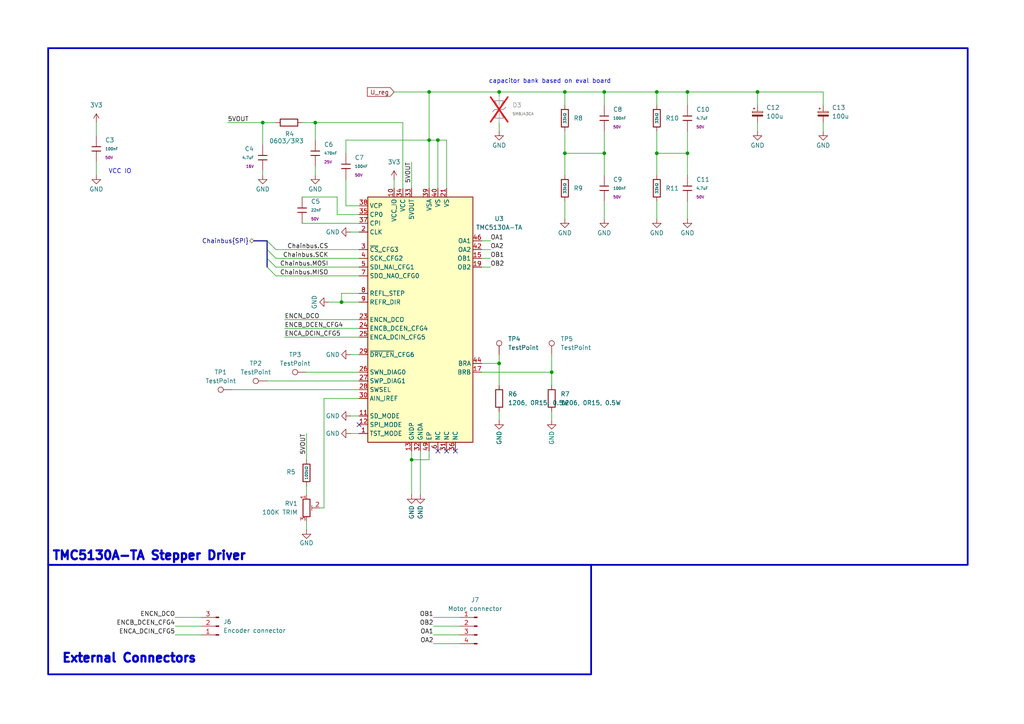
<source format=kicad_sch>
(kicad_sch (version 20250114) (generator "eeschema") (generator_version "9.0")
  (paper "A4")
  (lib_symbols
    (symbol "Connector:Conn_01x03_Pin" (pin_names (offset 1.016) (hide yes))
      (property "Reference" "J" (at 0 5.08 0))
      (property "Value" "Conn_01x03_Pin" (at 0 -5.08 0))
      (symbol "Conn_01x03_Pin_1_1"
        (rectangle (start 0.8636 2.667) (end 0 2.413) (stroke (width 0.1524)) (fill (type outline)))
        (rectangle (start 0.8636 0.127) (end 0 -0.127) (stroke (width 0.1524)) (fill (type outline)))
        (rectangle (start 0.8636 -2.413) (end 0 -2.667) (stroke (width 0.1524)) (fill (type outline)))
        (polyline (pts (xy 1.27 2.54) (xy 0.8636 2.54)) (stroke (width 0.1524)))
        (polyline (pts (xy 1.27 0) (xy 0.8636 0)) (stroke (width 0.1524)))
        (polyline (pts (xy 1.27 -2.54) (xy 0.8636 -2.54)) (stroke (width 0.1524)))
        (pin passive line (at 5.08 2.54 180) (length 3.81) (name "Pin_1") (number "1"))
        (pin passive line (at 5.08 0 180) (length 3.81) (name "Pin_2") (number "2"))
        (pin passive line (at 5.08 -2.54 180) (length 3.81) (name "Pin_3") (number "3"))
      )
    )
    (symbol "Connector:Conn_01x04_Pin" (pin_names (offset 1.016) (hide yes))
      (property "Reference" "J" (at 0 5.08 0))
      (property "Value" "Conn_01x04_Pin" (at 0 -7.62 0))
      (symbol "Conn_01x04_Pin_1_1"
        (rectangle (start 0.8636 2.667) (end 0 2.413) (stroke (width 0.1524)) (fill (type outline)))
        (rectangle (start 0.8636 0.127) (end 0 -0.127) (stroke (width 0.1524)) (fill (type outline)))
        (rectangle (start 0.8636 -2.413) (end 0 -2.667) (stroke (width 0.1524)) (fill (type outline)))
        (rectangle (start 0.8636 -4.953) (end 0 -5.207) (stroke (width 0.1524)) (fill (type outline)))
        (polyline (pts (xy 1.27 2.54) (xy 0.8636 2.54)) (stroke (width 0.1524)))
        (polyline (pts (xy 1.27 0) (xy 0.8636 0)) (stroke (width 0.1524)))
        (polyline (pts (xy 1.27 -2.54) (xy 0.8636 -2.54)) (stroke (width 0.1524)))
        (polyline (pts (xy 1.27 -5.08) (xy 0.8636 -5.08)) (stroke (width 0.1524)))
        (pin passive line (at 5.08 2.54 180) (length 3.81) (name "Pin_1") (number "1"))
        (pin passive line (at 5.08 0 180) (length 3.81) (name "Pin_2") (number "2"))
        (pin passive line (at 5.08 -2.54 180) (length 3.81) (name "Pin_3") (number "3"))
        (pin passive line (at 5.08 -5.08 180) (length 3.81) (name "Pin_4") (number "4"))
      )
    )
    (symbol "Connector:TestPoint" (pin_numbers (hide yes)) (pin_names (offset 0.762) (hide yes))
      (property "Reference" "TP" (at 0 6.858 0))
      (property "Value" "TestPoint" (at 0 5.08 0))
      (symbol "TestPoint_0_1"
        (circle (center 0 3.302) (radius 0.762))
      )
      (symbol "TestPoint_1_1"
        (pin passive line (at 0 0 90) (length 2.54) (name "1") (number "1"))
      )
    )
    (symbol "Device:C_Polarized_Small" (pin_numbers (hide yes)) (pin_names (offset 0.254) (hide yes))
      (property "Reference" "C" (at 0.254 1.778 0))
      (property "Value" "C_Polarized_Small" (at 0.254 -2.032 0))
      (symbol "C_Polarized_Small_0_1"
        (rectangle (start -1.524 0.6858) (end 1.524 0.3048))
        (rectangle (start -1.524 -0.3048) (end 1.524 -0.6858) (fill (type outline)))
        (polyline (pts (xy -1.27 1.524) (xy -0.762 1.524)))
        (polyline (pts (xy -1.016 1.27) (xy -1.016 1.778)))
      )
      (symbol "C_Polarized_Small_1_1"
        (pin passive line (at 0 2.54 270) (length 1.8542) (name "~") (number "1"))
        (pin passive line (at 0 -2.54 90) (length 1.8542) (name "~") (number "2"))
      )
    )
    (symbol "Device:R" (pin_numbers (hide yes)) (pin_names (offset 0))
      (property "Reference" "R" (at 2.032 0 90))
      (property "Value" "R" (at 0 0 90))
      (symbol "R_0_1"
        (rectangle (start -1.016 -2.54) (end 1.016 2.54) (stroke (width 0.254)))
      )
      (symbol "R_1_1"
        (pin passive line (at 0 3.81 270) (length 1.27) (name "~") (number "1"))
        (pin passive line (at 0 -3.81 90) (length 1.27) (name "~") (number "2"))
      )
    )
    (symbol "Device:R_Potentiometer_Trim" (pin_names (offset 1.016) (hide yes))
      (property "Reference" "RV" (at -4.445 0 90))
      (property "Value" "R_Potentiometer_Trim" (at -2.54 0 90))
      (symbol "R_Potentiometer_Trim_0_1"
        (rectangle (start 1.016 2.54) (end -1.016 -2.54) (stroke (width 0.254)))
        (polyline (pts (xy 1.524 0.762) (xy 1.524 -0.762)))
        (polyline (pts (xy 2.54 0) (xy 1.524 0)))
      )
      (symbol "R_Potentiometer_Trim_1_1"
        (pin passive line (at 0 3.81 270) (length 1.27) (name "1") (number "1"))
        (pin passive line (at 0 -3.81 90) (length 1.27) (name "3") (number "3"))
        (pin passive line (at 3.81 0 180) (length 1.27) (name "2") (number "2"))
      )
    )
    (symbol "Driver_Motor:TMC5130A-TA"
      (property "Reference" "U" (at -11.43 38.1 0))
      (property "Value" "TMC5130A-TA" (at 11.43 38.1 0))
      (symbol "TMC5130A-TA_0_1"
        (rectangle (start -15.24 35.56) (end 15.24 -35.56) (stroke (width 0.254)) (fill (type background)))
      )
      (symbol "TMC5130A-TA_1_1"
        (pin passive line (at -17.78 33.02 0) (length 2.54) (name "VCP") (number "38"))
        (pin passive line (at -17.78 30.48 0) (length 2.54) (name "CP0") (number "35"))
        (pin passive line (at -17.78 27.94 0) (length 2.54) (name "CPI") (number "37"))
        (pin input line (at -17.78 25.4 0) (length 2.54) (name "CLK") (number "2"))
        (pin input line (at -17.78 20.32 0) (length 2.54) (name "~{CS}_CFG3") (number "3"))
        (pin input line (at -17.78 17.78 0) (length 2.54) (name "SCK_CFG2") (number "4"))
        (pin input line (at -17.78 15.24 0) (length 2.54) (name "SDI_NAI_CFG1") (number "5"))
        (pin bidirectional line (at -17.78 12.7 0) (length 2.54) (name "SDO_NAO_CFG0") (number "7"))
        (pin input line (at -17.78 7.62 0) (length 2.54) (name "REFL_STEP") (number "8"))
        (pin input line (at -17.78 5.08 0) (length 2.54) (name "REFR_DIR") (number "9"))
        (pin bidirectional line (at -17.78 0 0) (length 2.54) (name "ENCN_DCO") (number "23"))
        (pin input line (at -17.78 -2.54 0) (length 2.54) (name "ENCB_DCEN_CFG4") (number "24"))
        (pin input line (at -17.78 -5.08 0) (length 2.54) (name "ENCA_DCIN_CFG5") (number "25"))
        (pin input line (at -17.78 -10.16 0) (length 2.54) (name "~{DRV_EN}_CFG6") (number "29"))
        (pin bidirectional line (at -17.78 -15.24 0) (length 2.54) (name "SWN_DIAG0") (number "26"))
        (pin bidirectional line (at -17.78 -17.78 0) (length 2.54) (name "SWP_DIAG1") (number "27"))
        (pin input line (at -17.78 -20.32 0) (length 2.54) (name "SWSEL") (number "28"))
        (pin input line (at -17.78 -22.86 0) (length 2.54) (name "AIN_IREF") (number "30"))
        (pin input line (at -17.78 -27.94 0) (length 2.54) (name "SD_MODE") (number "11"))
        (pin input line (at -17.78 -30.48 0) (length 2.54) (name "SPI_MODE") (number "12"))
        (pin input line (at -17.78 -33.02 0) (length 2.54) (name "TST_MODE") (number "1"))
        (pin power_in line (at -7.62 38.1 270) (length 2.54) (name "VCC_IO") (number "10"))
        (pin power_in line (at -5.08 38.1 270) (length 2.54) (name "VCC") (number "34"))
        (pin power_out line (at -2.54 38.1 270) (length 2.54) (name "5VOUT") (number "33"))
        (pin power_in line (at -2.54 -38.1 90) (length 2.54) (name "GNDP") (number "13"))
        (pin passive line (at -2.54 -38.1 90) (length 2.54) (hide yes) (name "GNDP") (number "48"))
        (pin power_in line (at 0 -38.1 90) (length 2.54) (name "GNDA") (number "32"))
        (pin power_in line (at 2.54 38.1 270) (length 2.54) (name "VSA") (number "39"))
        (pin power_in line (at 2.54 -38.1 90) (length 2.54) (name "EP") (number "49"))
        (pin power_in line (at 5.08 38.1 270) (length 2.54) (name "VS") (number "40"))
        (pin passive line (at 5.08 -38.1 90) (length 2.54) (name "NC") (number "6"))
        (pin power_in line (at 7.62 38.1 270) (length 2.54) (name "VS") (number "21"))
        (pin passive line (at 7.62 -38.1 90) (length 2.54) (name "NC") (number "31"))
        (pin passive line (at 10.16 -38.1 90) (length 2.54) (name "NC") (number "36"))
        (pin no_connect line (at 15.24 33.02 180) (length 2.54) (hide yes) (name "DNC") (number "41"))
        (pin no_connect line (at 15.24 30.48 180) (length 2.54) (hide yes) (name "DNC") (number "43"))
        (pin no_connect line (at 15.24 27.94 180) (length 2.54) (hide yes) (name "DNC") (number "45"))
        (pin no_connect line (at 15.24 25.4 180) (length 2.54) (hide yes) (name "DNC") (number "47"))
        (pin no_connect line (at 15.24 12.7 180) (length 2.54) (hide yes) (name "DNC") (number "14"))
        (pin no_connect line (at 15.24 10.16 180) (length 2.54) (hide yes) (name "DNC") (number "16"))
        (pin no_connect line (at 15.24 7.62 180) (length 2.54) (hide yes) (name "DNC") (number "18"))
        (pin no_connect line (at 15.24 5.08 180) (length 2.54) (hide yes) (name "DNC") (number "20"))
        (pin no_connect line (at 15.24 2.54 180) (length 2.54) (hide yes) (name "DNC") (number "22"))
        (pin output line (at 17.78 22.86 180) (length 2.54) (name "OA1") (number "46"))
        (pin output line (at 17.78 20.32 180) (length 2.54) (name "OA2") (number "42"))
        (pin output line (at 17.78 17.78 180) (length 2.54) (name "OB1") (number "15"))
        (pin output line (at 17.78 15.24 180) (length 2.54) (name "OB2") (number "19"))
        (pin passive line (at 17.78 -12.7 180) (length 2.54) (name "BRA") (number "44"))
        (pin passive line (at 17.78 -15.24 180) (length 2.54) (name "BRB") (number "17"))
      )
    )
    (symbol "PCM_JLCPCB-Capacitors:0603,100nF" (pin_numbers (hide yes)) (pin_names (offset 0))
      (property "Reference" "C" (at 2.032 1.668 0))
      (property "Value" "100nF" (at 2.032 -0.3782 0))
      (property "Voltage Rated" "50V" (at 2.032 -2.0462 0))
      (symbol "0603,100nF_0_1"
        (polyline (pts (xy -1.27 0.635) (xy 1.27 0.635)) (stroke (width 0.254)))
        (polyline (pts (xy -1.27 -0.635) (xy 1.27 -0.635)) (stroke (width 0.254)))
      )
      (symbol "0603,100nF_1_1"
        (pin passive line (at 0 3.81 270) (length 3.175) (name "~") (number "1"))
        (pin passive line (at 0 -3.81 90) (length 3.175) (name "~") (number "2"))
      )
    )
    (symbol "PCM_JLCPCB-Capacitors:0603,22nF" (pin_numbers (hide yes)) (pin_names (offset 0))
      (property "Reference" "C" (at 2.032 1.668 0))
      (property "Value" "22nF" (at 2.032 -0.3782 0))
      (property "Voltage Rated" "50V" (at 2.032 -2.0462 0))
      (symbol "0603,22nF_0_1"
        (polyline (pts (xy -1.27 0.635) (xy 1.27 0.635)) (stroke (width 0.254)))
        (polyline (pts (xy -1.27 -0.635) (xy 1.27 -0.635)) (stroke (width 0.254)))
      )
      (symbol "0603,22nF_1_1"
        (pin passive line (at 0 3.81 270) (length 3.175) (name "~") (number "1"))
        (pin passive line (at 0 -3.81 90) (length 3.175) (name "~") (number "2"))
      )
    )
    (symbol "PCM_JLCPCB-Capacitors:0603,4.7uF" (pin_numbers (hide yes)) (pin_names (offset 0))
      (property "Reference" "C" (at 2.032 1.668 0))
      (property "Value" "4.7uF" (at 2.032 -0.3782 0))
      (property "Voltage Rated" "16V" (at 2.032 -2.0462 0))
      (symbol "0603,4.7uF_0_1"
        (polyline (pts (xy -1.27 0.635) (xy 1.27 0.635)) (stroke (width 0.254)))
        (polyline (pts (xy -1.27 -0.635) (xy 1.27 -0.635)) (stroke (width 0.254)))
      )
      (symbol "0603,4.7uF_1_1"
        (pin passive line (at 0 3.81 270) (length 3.175) (name "~") (number "1"))
        (pin passive line (at 0 -3.81 90) (length 3.175) (name "~") (number "2"))
      )
    )
    (symbol "PCM_JLCPCB-Capacitors:0603,470nF" (pin_numbers (hide yes)) (pin_names (offset 0))
      (property "Reference" "C" (at 2.032 1.668 0))
      (property "Value" "470nF" (at 2.032 -0.3782 0))
      (property "Voltage Rated" "25V" (at 2.032 -2.0462 0))
      (symbol "0603,470nF_0_1"
        (polyline (pts (xy -1.27 0.635) (xy 1.27 0.635)) (stroke (width 0.254)))
        (polyline (pts (xy -1.27 -0.635) (xy 1.27 -0.635)) (stroke (width 0.254)))
      )
      (symbol "0603,470nF_1_1"
        (pin passive line (at 0 3.81 270) (length 3.175) (name "~") (number "1"))
        (pin passive line (at 0 -3.81 90) (length 3.175) (name "~") (number "2"))
      )
    )
    (symbol "PCM_JLCPCB-Capacitors:1206,4.7uF" (pin_numbers (hide yes)) (pin_names (offset 0))
      (property "Reference" "C" (at 2.032 1.668 0))
      (property "Value" "4.7uF" (at 2.032 -0.3782 0))
      (property "Voltage Rated" "50V" (at 2.032 -2.0462 0))
      (symbol "1206,4.7uF_0_1"
        (polyline (pts (xy -1.27 0.635) (xy 1.27 0.635)) (stroke (width 0.254)))
        (polyline (pts (xy -1.27 -0.635) (xy 1.27 -0.635)) (stroke (width 0.254)))
      )
      (symbol "1206,4.7uF_1_1"
        (pin passive line (at 0 3.81 270) (length 3.175) (name "~") (number "1"))
        (pin passive line (at 0 -3.81 90) (length 3.175) (name "~") (number "2"))
      )
    )
    (symbol "PCM_JLCPCB-Diodes:TVS-Bi,SMBJ43CA" (pin_numbers (hide yes)) (pin_names (offset 0))
      (property "Reference" "D" (at 2.032 0.834 0))
      (property "Value" "SMBJ43CA" (at 2.032 -1.2122 0))
      (symbol "TVS-Bi,SMBJ43CA_0_1"
        (polyline (pts (xy -1.905 -0.635) (xy -1.27 0) (xy 1.27 0) (xy 1.905 0.635)) (stroke (width 0.254)))
        (polyline (pts (xy -1.27 2.54) (xy 0 0) (xy 1.27 2.54) (xy -1.27 2.54)) (stroke (width 0.254)))
        (polyline (pts (xy 1.27 -2.54) (xy 0 0) (xy -1.27 -2.54) (xy 1.27 -2.54)) (stroke (width 0.254)))
      )
      (symbol "TVS-Bi,SMBJ43CA_1_1"
        (pin passive line (at 0 3.81 270) (length 3.81) (name "~") (number "2"))
        (pin passive line (at 0 -3.81 90) (length 3.81) (name "~") (number "1"))
      )
    )
    (symbol "PCM_JLCPCB-Resistors:0402,100kΩ" (pin_numbers (hide yes)) (pin_names (offset 0))
      (property "Reference" "R" (at 1.778 0 0))
      (property "Value" "100kΩ" (at 0 0 90))
      (symbol "0402,100kΩ_0_1"
        (rectangle (start -1.016 2.54) (end 1.016 -2.54) (stroke (width 0.254)))
      )
      (symbol "0402,100kΩ_1_1"
        (pin passive line (at 0 3.81 270) (length 1.27) (name "~") (number "1"))
        (pin passive line (at 0 -3.81 90) (length 1.27) (name "~") (number "2"))
      )
    )
    (symbol "PCM_JLCPCB-Resistors:0402,33kΩ" (pin_numbers (hide yes)) (pin_names (offset 0))
      (property "Reference" "R" (at 1.778 0 0))
      (property "Value" "33kΩ" (at 0 0 90))
      (symbol "0402,33kΩ_0_1"
        (rectangle (start -1.016 2.54) (end 1.016 -2.54) (stroke (width 0.254)))
      )
      (symbol "0402,33kΩ_1_1"
        (pin passive line (at 0 3.81 270) (length 1.27) (name "~") (number "1"))
        (pin passive line (at 0 -3.81 90) (length 1.27) (name "~") (number "2"))
      )
    )
    (symbol "power:+3.3V" (power) (pin_numbers (hide yes)) (pin_names (offset 0) (hide yes))
      (property "Value" "+3.3V" (at 0 3.556 0))
      (symbol "+3.3V_0_1"
        (polyline (pts (xy -0.762 1.27) (xy 0 2.54)))
        (polyline (pts (xy 0 2.54) (xy 0.762 1.27)))
        (polyline (pts (xy 0 0) (xy 0 2.54)))
      )
      (symbol "+3.3V_1_1"
        (pin power_in line (at 0 0 90) (length 0) (name "~") (number "1"))
      )
    )
    (symbol "power:GND" (power) (pin_numbers (hide yes)) (pin_names (offset 0) (hide yes))
      (property "Value" "GND" (at 0 -3.81 0))
      (symbol "GND_0_1"
        (polyline (pts (xy 0 0) (xy 0 -1.27) (xy 1.27 -1.27) (xy 0 -2.54) (xy -1.27 -1.27) (xy 0 -1.27)))
      )
      (symbol "GND_1_1"
        (pin power_in line (at 0 0 270) (length 0) (name "~") (number "1"))
      )
    )
  )
  (rectangle (start 13.97 13.97) (end 280.67 163.83) (stroke (width 0.508)))
  (rectangle (start 13.97 163.83) (end 171.45 195.58) (stroke (width 0.508)))
  (text "VCC IO\n" (at 34.798 49.784 0) (effects (font (size 1.27 1.27))))
  (text "TMC5130A-TA Stepper Driver\n" (at 14.986 161.29 0) (effects (font (size 2.54 2.54) (thickness 0.762) (bold yes)) (justify left)))
  (text "External Connectors\n" (at 17.78 191.008 0) (effects (font (size 2.54 2.54) (thickness 0.762) (bold yes)) (justify left)))
  (text "capacitor bank based on eval board\n" (at 159.512 23.622 0) (effects (font (size 1.27 1.27))))
  (junction (at 144.78 26.67))
  (junction (at 199.39 26.67))
  (junction (at 190.5 44.45))
  (junction (at 163.83 44.45))
  (junction (at 175.26 26.67))
  (junction (at 175.26 44.45))
  (junction (at 144.78 105.41))
  (junction (at 199.39 44.45))
  (junction (at 190.5 26.67))
  (junction (at 99.06 87.63))
  (junction (at 160.02 107.95))
  (junction (at 124.46 26.67))
  (junction (at 76.2 35.56))
  (junction (at 219.71 26.67))
  (junction (at 163.83 26.67))
  (junction (at 127 40.64))
  (junction (at 119.38 133.35))
  (junction (at 91.44 35.56))
  (junction (at 124.46 40.64))
  (no_connect (at 104.14 123.19))
  (no_connect (at 132.08 130.81))
  (no_connect (at 127 130.81))
  (no_connect (at 129.54 130.81))
  (bus_entry (at 77.47 72.39) (size 2.54 2.54))
  (bus_entry (at 77.47 77.47) (size 2.54 2.54))
  (bus_entry (at 77.47 69.85) (size 2.54 2.54))
  (bus_entry (at 77.47 74.93) (size 2.54 2.54))
  (wire (pts (xy 124.46 26.67) (xy 124.46 40.64)))
  (wire (pts (xy 87.63 64.77) (xy 104.14 64.77)))
  (bus (pts (xy 77.47 72.39) (xy 77.47 74.93)))
  (wire (pts (xy 101.6 125.73) (xy 104.14 125.73)))
  (wire (pts (xy 76.2 35.56) (xy 76.2 41.91)))
  (wire (pts (xy 139.7 107.95) (xy 160.02 107.95)))
  (wire (pts (xy 50.8 184.15) (xy 58.42 184.15)))
  (wire (pts (xy 175.26 26.67) (xy 175.26 30.48)))
  (wire (pts (xy 77.47 110.49) (xy 104.14 110.49)))
  (wire (pts (xy 104.14 59.69) (xy 100.33 59.69)))
  (wire (pts (xy 114.3 26.67) (xy 124.46 26.67)))
  (wire (pts (xy 127 40.64) (xy 129.54 40.64)))
  (wire (pts (xy 91.44 35.56) (xy 116.84 35.56)))
  (wire (pts (xy 163.83 26.67) (xy 163.83 30.48)))
  (wire (pts (xy 121.92 130.81) (xy 121.92 143.51)))
  (wire (pts (xy 142.24 72.39) (xy 139.7 72.39)))
  (bus (pts (xy 77.47 74.93) (xy 77.47 77.47)))
  (wire (pts (xy 199.39 58.42) (xy 199.39 63.5)))
  (wire (pts (xy 91.44 40.64) (xy 91.44 35.56)))
  (wire (pts (xy 82.55 95.25) (xy 104.14 95.25)))
  (wire (pts (xy 142.24 74.93) (xy 139.7 74.93)))
  (wire (pts (xy 101.6 102.87) (xy 104.14 102.87)))
  (wire (pts (xy 101.6 67.31) (xy 104.14 67.31)))
  (wire (pts (xy 124.46 26.67) (xy 144.78 26.67)))
  (wire (pts (xy 97.79 62.23) (xy 104.14 62.23)))
  (wire (pts (xy 116.84 54.61) (xy 116.84 35.56)))
  (wire (pts (xy 76.2 49.53) (xy 76.2 50.8)))
  (bus (pts (xy 77.47 69.85) (xy 77.47 72.39)))
  (wire (pts (xy 114.3 52.07) (xy 114.3 54.61)))
  (wire (pts (xy 82.55 97.79) (xy 104.14 97.79)))
  (wire (pts (xy 142.24 77.47) (xy 139.7 77.47)))
  (wire (pts (xy 144.78 35.56) (xy 144.78 38.1)))
  (wire (pts (xy 190.5 58.42) (xy 190.5 63.5)))
  (wire (pts (xy 163.83 44.45) (xy 175.26 44.45)))
  (wire (pts (xy 91.44 48.26) (xy 91.44 50.8)))
  (wire (pts (xy 93.98 115.57) (xy 93.98 147.32)))
  (wire (pts (xy 190.5 38.1) (xy 190.5 44.45)))
  (wire (pts (xy 95.25 87.63) (xy 99.06 87.63)))
  (wire (pts (xy 175.26 38.1) (xy 175.26 44.45)))
  (wire (pts (xy 125.73 184.15) (xy 133.35 184.15)))
  (wire (pts (xy 80.01 35.56) (xy 76.2 35.56)))
  (wire (pts (xy 87.63 35.56) (xy 91.44 35.56)))
  (wire (pts (xy 125.73 179.07) (xy 133.35 179.07)))
  (wire (pts (xy 175.26 58.42) (xy 175.26 63.5)))
  (wire (pts (xy 144.78 27.94) (xy 144.78 26.67)))
  (wire (pts (xy 87.63 57.15) (xy 97.79 57.15)))
  (wire (pts (xy 99.06 85.09) (xy 104.14 85.09)))
  (wire (pts (xy 88.9 151.13) (xy 88.9 153.67)))
  (wire (pts (xy 190.5 26.67) (xy 190.5 30.48)))
  (wire (pts (xy 160.02 107.95) (xy 160.02 111.76)))
  (wire (pts (xy 199.39 26.67) (xy 219.71 26.67)))
  (wire (pts (xy 124.46 40.64) (xy 127 40.64)))
  (wire (pts (xy 50.8 179.07) (xy 58.42 179.07)))
  (wire (pts (xy 119.38 46.99) (xy 119.38 54.61)))
  (wire (pts (xy 88.9 107.95) (xy 104.14 107.95)))
  (wire (pts (xy 99.06 87.63) (xy 104.14 87.63)))
  (wire (pts (xy 199.39 44.45) (xy 199.39 50.8)))
  (wire (pts (xy 124.46 130.81) (xy 124.46 133.35)))
  (wire (pts (xy 76.2 35.56) (xy 66.04 35.56)))
  (wire (pts (xy 163.83 58.42) (xy 163.83 63.5)))
  (wire (pts (xy 67.31 113.03) (xy 104.14 113.03)))
  (wire (pts (xy 80.01 80.01) (xy 104.14 80.01)))
  (wire (pts (xy 100.33 40.64) (xy 124.46 40.64)))
  (wire (pts (xy 119.38 133.35) (xy 119.38 143.51)))
  (wire (pts (xy 238.76 35.56) (xy 238.76 38.1)))
  (wire (pts (xy 99.06 85.09) (xy 99.06 87.63)))
  (wire (pts (xy 160.02 119.38) (xy 160.02 121.92)))
  (wire (pts (xy 97.79 57.15) (xy 97.79 62.23)))
  (wire (pts (xy 27.94 46.99) (xy 27.94 50.8)))
  (wire (pts (xy 190.5 44.45) (xy 199.39 44.45)))
  (wire (pts (xy 50.8 181.61) (xy 58.42 181.61)))
  (wire (pts (xy 190.5 26.67) (xy 199.39 26.67)))
  (wire (pts (xy 163.83 44.45) (xy 163.83 50.8)))
  (wire (pts (xy 144.78 119.38) (xy 144.78 121.92)))
  (wire (pts (xy 80.01 72.39) (xy 104.14 72.39)))
  (wire (pts (xy 163.83 38.1) (xy 163.83 44.45)))
  (wire (pts (xy 219.71 35.56) (xy 219.71 38.1)))
  (wire (pts (xy 238.76 30.48) (xy 238.76 26.67)))
  (wire (pts (xy 219.71 26.67) (xy 238.76 26.67)))
  (wire (pts (xy 139.7 105.41) (xy 144.78 105.41)))
  (wire (pts (xy 119.38 130.81) (xy 119.38 133.35)))
  (bus (pts (xy 73.66 69.85) (xy 77.47 69.85)))
  (wire (pts (xy 127 40.64) (xy 127 54.61)))
  (wire (pts (xy 190.5 44.45) (xy 190.5 50.8)))
  (wire (pts (xy 101.6 120.65) (xy 104.14 120.65)))
  (wire (pts (xy 199.39 38.1) (xy 199.39 44.45)))
  (wire (pts (xy 163.83 26.67) (xy 175.26 26.67)))
  (wire (pts (xy 129.54 40.64) (xy 129.54 54.61)))
  (wire (pts (xy 82.55 92.71) (xy 104.14 92.71)))
  (wire (pts (xy 160.02 107.95) (xy 160.02 102.87)))
  (wire (pts (xy 219.71 26.67) (xy 219.71 30.48)))
  (wire (pts (xy 144.78 26.67) (xy 163.83 26.67)))
  (wire (pts (xy 125.73 186.69) (xy 133.35 186.69)))
  (wire (pts (xy 199.39 26.67) (xy 199.39 30.48)))
  (wire (pts (xy 124.46 40.64) (xy 124.46 54.61)))
  (wire (pts (xy 88.9 140.97) (xy 88.9 143.51)))
  (wire (pts (xy 100.33 52.07) (xy 100.33 59.69)))
  (wire (pts (xy 125.73 181.61) (xy 133.35 181.61)))
  (wire (pts (xy 27.94 35.56) (xy 27.94 39.37)))
  (wire (pts (xy 100.33 44.45) (xy 100.33 40.64)))
  (wire (pts (xy 93.98 147.32) (xy 92.71 147.32)))
  (wire (pts (xy 175.26 26.67) (xy 190.5 26.67)))
  (wire (pts (xy 124.46 133.35) (xy 119.38 133.35)))
  (wire (pts (xy 175.26 44.45) (xy 175.26 50.8)))
  (wire (pts (xy 80.01 77.47) (xy 104.14 77.47)))
  (wire (pts (xy 142.24 69.85) (xy 139.7 69.85)))
  (wire (pts (xy 144.78 105.41) (xy 144.78 111.76)))
  (wire (pts (xy 144.78 102.87) (xy 144.78 105.41)))
  (wire (pts (xy 80.01 74.93) (xy 104.14 74.93)))
  (wire (pts (xy 104.14 115.57) (xy 93.98 115.57)))
  (wire (pts (xy 88.9 125.73) (xy 88.9 133.35)))
  (label "OB1" (at 142.24 74.93 0))
  (label "OB1" (at 125.73 179.07 180))
  (label "ENCN_DCO" (at 82.55 92.71 0))
  (label "OA1" (at 142.24 69.85 0))
  (label "5VOUT" (at 88.9 125.73 270))
  (label "OB2" (at 142.24 77.47 0))
  (label "ENCB_DCEN_CFG4" (at 82.55 95.25 0))
  (label "Chainbus.SCK" (at 95.25 74.93 180))
  (label "Chainbus.MOSI" (at 95.25 77.47 180))
  (label "OB2" (at 125.73 181.61 180))
  (label "OA2" (at 125.73 186.69 180))
  (label "5VOUT" (at 119.38 46.99 270))
  (label "ENCA_DCIN_CFG5" (at 50.8 184.15 180))
  (label "Chainbus.MISO" (at 95.25 80.01 180))
  (label "Chainbus.CS" (at 95.25 72.39 180))
  (label "ENCB_DCEN_CFG4" (at 50.8 181.61 180))
  (label "OA1" (at 125.73 184.15 180))
  (label "OA2" (at 142.24 72.39 0))
  (label "ENCN_DCO" (at 50.8 179.07 180))
  (label "ENCA_DCIN_CFG5" (at 82.55 97.79 0))
  (label "5VOUT" (at 66.04 35.56 0))
  (global_label "U_reg" (shape input) (at 114.3 26.67 180) (property "Intersheetrefs" "${INTERSHEET_REFS}" (effects (hide yes))))
  (hierarchical_label "Chainbus{SPI}" (shape bidirectional) (at 73.66 69.85 180))
  (symbol (lib_id "power:GND") (at 163.83 63.5 0) (unit 1)
    (property "Reference" "#PWR062" (effects (hide yes)))
    (property "Value" "GND" (at 163.83 67.564 0))
    (property "Description" "Power symbol creates a global label with name \"GND\" , ground" (effects (hide yes)))
  )
  (symbol (lib_id "power:GND") (at 238.76 38.1 0) (unit 1)
    (property "Reference" "#PWR067" (effects (hide yes)))
    (property "Value" "GND" (at 238.76 42.164 0))
    (property "Description" "Power symbol creates a global label with name \"GND\" , ground" (effects (hide yes)))
  )
  (symbol (lib_id "Connector:TestPoint") (at 88.9 107.95 90) (unit 1)
    (property "Reference" "TP3" (at 85.598 102.87 90))
    (property "Value" "TestPoint" (at 85.598 105.41 90))
    (property "Footprint" "TestPoint:TestPoint_Pad_D1.0mm" (effects (hide yes)))
    (property "Description" "test point" (effects (hide yes)))
  )
  (symbol (lib_id "power:GND") (at 175.26 63.5 0) (unit 1)
    (property "Reference" "#PWR063" (effects (hide yes)))
    (property "Value" "GND" (at 175.26 67.564 0))
    (property "Description" "Power symbol creates a global label with name \"GND\" , ground" (effects (hide yes)))
  )
  (symbol (lib_id "Device:R") (at 160.02 115.57 0) (unit 1)
    (property "Reference" "R7" (at 162.56 114.2999 0) (effects (justify left)))
    (property "Value" "1206, 0R15, 0.5W" (at 162.56 116.8399 0) (effects (justify left)))
    (property "Footprint" "PCM_JLCPCB:R_1206" (effects (hide yes)))
    (property "Description" "Resistor" (effects (hide yes)))
    (property "LCSC" "C2683383" (effects (hide yes)))
  )
  (symbol (lib_id "power:GND") (at 144.78 121.92 0) (unit 1)
    (property "Reference" "#PWR060" (effects (hide yes)))
    (property "Value" "GND" (at 144.78 127 90))
    (property "Description" "Power symbol creates a global label with name \"GND\" , ground" (effects (hide yes)))
  )
  (symbol (lib_id "Connector:TestPoint") (at 67.31 113.03 90) (unit 1)
    (property "Reference" "TP1" (at 64.008 107.95 90))
    (property "Value" "TestPoint" (at 64.008 110.49 90))
    (property "Footprint" "TestPoint:TestPoint_Pad_D1.0mm" (effects (hide yes)))
    (property "Description" "test point" (effects (hide yes)))
  )
  (symbol (lib_id "Device:R") (at 144.78 115.57 0) (unit 1)
    (property "Reference" "R6" (at 147.32 114.2999 0) (effects (justify left)))
    (property "Value" "1206, 0R15, 0.5W" (at 147.32 116.8399 0) (effects (justify left)))
    (property "Footprint" "PCM_JLCPCB:R_1206" (effects (hide yes)))
    (property "Description" "Resistor" (effects (hide yes)))
    (property "LCSC" "C2683383" (effects (hide yes)))
  )
  (symbol (lib_id "Driver_Motor:TMC5130A-TA") (at 121.92 92.71 0) (unit 1)
    (property "Reference" "U3" (at 144.78 63.4298 0))
    (property "Value" "TMC5130A-TA" (at 144.78 65.9698 0))
    (property "Footprint" "Package_QFP:TQFP-48-1EP_7x7mm_P0.5mm_EP5x5mm_ThermalVias" (effects (hide yes)))
    (property "Datasheet" "https://www.trinamic.com/fileadmin/assets/Products/ICs_Documents/TMC5130_datasheet_Rev1.17.pdf" (effects (hide yes)))
    (property "Description" "Power Driver For Stepper Motors, 2.0A, 4.75-46V, TQFP-48" (effects (hide yes)))
  )
  (symbol (lib_id "Connector:TestPoint") (at 77.47 110.49 90) (unit 1)
    (property "Reference" "TP2" (at 74.168 105.41 90))
    (property "Value" "TestPoint" (at 74.168 107.95 90))
    (property "Footprint" "TestPoint:TestPoint_Pad_D1.0mm" (effects (hide yes)))
    (property "Description" "test point" (effects (hide yes)))
  )
  (symbol (lib_id "power:GND") (at 101.6 120.65 270) (unit 1)
    (property "Reference" "#PWR054" (effects (hide yes)))
    (property "Value" "GND" (at 96.52 120.65 90))
    (property "Description" "Power symbol creates a global label with name \"GND\" , ground" (effects (hide yes)))
  )
  (symbol (lib_id "PCM_JLCPCB-Diodes:TVS-Bi,SMBJ43CA") (at 144.78 31.75 0) (unit 1) (dnp yes)
    (property "Reference" "D3" (at 148.59 30.4799 0) (effects (justify left)))
    (property "Value" "SMBJ43CA" (at 148.59 33.02 0) (effects (font (size 0.8 0.8)) (justify left)))
    (property "Footprint" "PCM_JLCPCB:D_SMB" (effects (hide yes)))
    (property "Datasheet" "https://www.lcsc.com/datasheet/lcsc_datasheet_2411041728_hongjiacheng-SMBJ43CA_C41376098.pdf" (effects (hide yes)))
    (property "Description" "8.65A 600W 69.4V 52.8V Bidirectional 43V SMB ESD and Surge Protection (TVS/ESD) ROHS" (effects (hide yes)))
    (property "LCSC" "C41376098" (effects (hide yes)))
    (property "Stock" "7603" (effects (hide yes)))
    (property "Price" "0.044USD" (effects (hide yes)))
    (property "Process" "SMT" (effects (hide yes)))
    (property "Minimum Qty" "5" (effects (hide yes)))
    (property "Attrition Qty" "2" (effects (hide yes)))
    (property "Class" "Preferred Component" (effects (hide yes)))
    (property "Category" "Circuit Protection,ESD And Surge Protection (TVS/ESD)" (effects (hide yes)))
    (property "Manufacturer" "hongjiacheng" (effects (hide yes)))
    (property "Part" "SMBJ43CA" (effects (hide yes)))
    (property "Operating Temperature" "-55°C~+155°C" (effects (hide yes)))
    (property "Type" "TVS" (effects (hide yes)))
    (property "Peak Pulse Power Dissipation (Ppp)" "600W" (effects (hide yes)))
    (property "Number of Lines" "Dual channel" (effects (hide yes)))
    (property "Breakdown Voltage" "52.8V" (effects (hide yes)))
    (property "Maximum Clamping Voltage" "69.4V" (effects (hide yes)))
    (property "Peak Pulse Current (Ipp)" "8.65A" (effects (hide yes)))
    (property "Reverse Stand-Off Voltage (Vrwm)" "43V" (effects (hide yes)))
    (property "Reverse Leakage Current (Ir)" "5uA" (effects (hide yes)))
    (property "polarity" "Bidirectional" (effects (hide yes)))
    (instances (project "" (path "" (reference "D3") (unit 1)) (path "" (reference "D9") (unit 1))))
  )
  (symbol (lib_id "power:GND") (at 91.44 50.8 0) (unit 1)
    (property "Reference" "#PWR050" (effects (hide yes)))
    (property "Value" "GND" (at 91.44 54.864 0))
    (property "Description" "Power symbol creates a global label with name \"GND\" , ground" (effects (hide yes)))
  )
  (symbol (lib_id "power:GND") (at 101.6 125.73 270) (unit 1)
    (property "Reference" "#PWR055" (effects (hide yes)))
    (property "Value" "GND" (at 96.52 125.73 90))
    (property "Description" "Power symbol creates a global label with name \"GND\" , ground" (effects (hide yes)))
  )
  (symbol (lib_id "power:GND") (at 199.39 63.5 0) (unit 1)
    (property "Reference" "#PWR065" (effects (hide yes)))
    (property "Value" "GND" (at 199.39 67.564 0))
    (property "Description" "Power symbol creates a global label with name \"GND\" , ground" (effects (hide yes)))
  )
  (symbol (lib_id "power:GND") (at 76.2 50.8 0) (unit 1)
    (property "Reference" "#PWR048" (effects (hide yes)))
    (property "Value" "GND" (at 76.2 54.864 0))
    (property "Description" "Power symbol creates a global label with name \"GND\" , ground" (effects (hide yes)))
  )
  (symbol (lib_id "Connector:Conn_01x03_Pin") (at 63.5 181.61 180) (unit 1)
    (property "Reference" "J6" (at 64.77 180.3399 0) (effects (justify right)))
    (property "Value" "Encoder connector" (at 64.77 182.8799 0) (effects (justify right)))
    (property "Footprint" "Connector_PinHeader_2.54mm:PinHeader_1x03_P2.54mm_Vertical" (effects (hide yes)))
    (property "Description" "Generic connector, single row, 01x03, script generated" (effects (hide yes)))
  )
  (symbol (lib_id "PCM_JLCPCB-Capacitors:0603,100nF") (at 175.26 34.29 0) (unit 1)
    (property "Reference" "C8" (at 177.8 31.7499 0) (effects (justify left)))
    (property "Value" "100nF" (at 177.8 34.29 0) (effects (font (size 0.8 0.8)) (justify left)))
    (property "Footprint" "PCM_JLCPCB:C_0603" (effects (hide yes)))
    (property "Datasheet" "https://www.lcsc.com/datasheet/lcsc_datasheet_2211101700_YAGEO-CC0603KRX7R9BB104_C14663.pdf" (effects (hide yes)))
    (property "Description" "50V 100nF X7R ±10% 0603 Multilayer Ceramic Capacitors MLCC - SMD/SMT ROHS" (effects (hide yes)))
    (property "LCSC" "C14663" (effects (hide yes)))
    (property "Stock" "70324515" (effects (hide yes)))
    (property "Price" "0.006USD" (effects (hide yes)))
    (property "Process" "SMT" (effects (hide yes)))
    (property "Minimum Qty" "20" (effects (hide yes)))
    (property "Attrition Qty" "10" (effects (hide yes)))
    (property "Class" "Basic Component" (effects (hide yes)))
    (property "Category" "Capacitors,Multilayer Ceramic Capacitors MLCC - SMD/SMT" (effects (hide yes)))
    (property "Manufacturer" "YAGEO" (effects (hide yes)))
    (property "Part" "CC0603KRX7R9BB104" (effects (hide yes)))
    (property "Voltage Rated" "50V" (at 177.8 36.83 0) (effects (font (size 0.8 0.8)) (justify left)))
    (property "Tolerance" "±10%" (effects (hide yes)))
    (property "Capacitance" "100nF" (effects (hide yes)))
    (property "Temperature Coefficient" "X7R" (effects (hide yes)))
  )
  (symbol (lib_id "Device:R") (at 83.82 35.56 90) (unit 1)
    (property "Reference" "R4" (at 85.344 38.862 90) (effects (justify left)))
    (property "Value" "0603/3R3" (at 88.138 40.894 90) (effects (justify left)))
    (property "Footprint" "PCM_JLCPCB:R_1206" (effects (hide yes)))
    (property "Description" "Resistor" (effects (hide yes)))
    (property "LCSC" "C911994" (effects (hide yes)))
  )
  (symbol (lib_id "power:GND") (at 160.02 121.92 0) (unit 1)
    (property "Reference" "#PWR061" (effects (hide yes)))
    (property "Value" "GND" (at 160.02 127 90))
    (property "Description" "Power symbol creates a global label with name \"GND\" , ground" (effects (hide yes)))
  )
  (symbol (lib_id "Connector:Conn_01x04_Pin") (at 138.43 181.61 0) (mirror y) (unit 1)
    (property "Reference" "J7" (at 137.795 173.99 0))
    (property "Value" "Motor connector" (at 137.795 176.53 0))
    (property "Footprint" "Connector_PinHeader_2.54mm:PinHeader_1x04_P2.54mm_Vertical" (effects (hide yes)))
    (property "Description" "Generic connector, single row, 01x04, script generated" (effects (hide yes)))
  )
  (symbol (lib_id "PCM_JLCPCB-Resistors:0402,33kΩ") (at 190.5 54.61 0) (unit 1)
    (property "Reference" "R11" (at 193.04 54.6099 0) (effects (justify left)))
    (property "Value" "33kΩ" (at 190.5 54.61 90) (effects (font (size 0.8 0.8))))
    (property "Footprint" "PCM_JLCPCB:R_0402" (effects (hide yes)))
    (property "Datasheet" "https://www.lcsc.com/datasheet/lcsc_datasheet_2206010100_UNI-ROYAL-Uniroyal-Elec-0402WGF3302TCE_C25779.pdf" (effects (hide yes)))
    (property "Description" "62.5mW Thick Film Resistors 50V ±100ppm/°C ±1% 33kΩ 0402 Chip Resistor - Surface Mount ROHS" (effects (hide yes)))
    (property "LCSC" "C25779" (effects (hide yes)))
    (property "Stock" "1069887" (effects (hide yes)))
    (property "Price" "0.004USD" (effects (hide yes)))
    (property "Process" "SMT" (effects (hide yes)))
    (property "Minimum Qty" "20" (effects (hide yes)))
    (property "Attrition Qty" "10" (effects (hide yes)))
    (property "Class" "Basic Component" (effects (hide yes)))
    (property "Category" "Resistors,Chip Resistor - Surface Mount" (effects (hide yes)))
    (property "Manufacturer" "UNI-ROYAL(Uniroyal Elec)" (effects (hide yes)))
    (property "Part" "0402WGF3302TCE" (effects (hide yes)))
    (property "Resistance" "33kΩ" (effects (hide yes)))
    (property "Power(Watts)" "62.5mW" (effects (hide yes)))
    (property "Type" "Thick Film Resistors" (effects (hide yes)))
    (property "Overload Voltage (Max)" "50V" (effects (hide yes)))
    (property "Operating Temperature Range" "-55°C~+155°C" (effects (hide yes)))
    (property "Tolerance" "±1%" (effects (hide yes)))
    (property "Temperature Coefficient" "±100ppm/°C" (effects (hide yes)))
  )
  (symbol (lib_id "PCM_JLCPCB-Capacitors:0603,22nF") (at 87.63 60.96 0) (unit 1)
    (property "Reference" "C5" (at 90.17 58.4199 0) (effects (justify left)))
    (property "Value" "22nF" (at 90.17 60.96 0) (effects (font (size 0.8 0.8)) (justify left)))
    (property "Footprint" "PCM_JLCPCB:C_0603" (effects (hide yes)))
    (property "Datasheet" "https://www.lcsc.com/datasheet/lcsc_datasheet_2304140030_Samsung-Electro-Mechanics-CL10B223KB8NNNC_C21122.pdf" (effects (hide yes)))
    (property "Description" "50V 22nF X7R ±10% 0603 Multilayer Ceramic Capacitors MLCC - SMD/SMT ROHS" (effects (hide yes)))
    (property "LCSC" "C21122" (effects (hide yes)))
    (property "Stock" "746157" (effects (hide yes)))
    (property "Price" "0.007USD" (effects (hide yes)))
    (property "Process" "SMT" (effects (hide yes)))
    (property "Minimum Qty" "20" (effects (hide yes)))
    (property "Attrition Qty" "10" (effects (hide yes)))
    (property "Class" "Basic Component" (effects (hide yes)))
    (property "Category" "Capacitors,Multilayer Ceramic Capacitors MLCC - SMD/SMT" (effects (hide yes)))
    (property "Manufacturer" "Samsung Electro-Mechanics" (effects (hide yes)))
    (property "Part" "CL10B223KB8NNNC" (effects (hide yes)))
    (property "Voltage Rated" "50V" (at 90.17 63.5 0) (effects (font (size 0.8 0.8)) (justify left)))
    (property "Tolerance" "±10%" (effects (hide yes)))
    (property "Capacitance" "22nF" (effects (hide yes)))
    (property "Temperature Coefficient" "X7R" (effects (hide yes)))
    (instances (project "" (path "" (reference "C5") (unit 1)) (path "" (reference "C18") (unit 1))))
  )
  (symbol (lib_id "Connector:TestPoint") (at 144.78 102.87 0) (unit 1)
    (property "Reference" "TP4" (at 147.32 98.2979 0) (effects (justify left)))
    (property "Value" "TestPoint" (at 147.32 100.8379 0) (effects (justify left)))
    (property "Footprint" "TestPoint:TestPoint_Pad_D1.0mm" (effects (hide yes)))
    (property "Description" "test point" (effects (hide yes)))
  )
  (symbol (lib_id "power:GND") (at 219.71 38.1 0) (unit 1)
    (property "Reference" "#PWR066" (effects (hide yes)))
    (property "Value" "GND" (at 219.71 42.164 0))
    (property "Description" "Power symbol creates a global label with name \"GND\" , ground" (effects (hide yes)))
  )
  (symbol (lib_id "power:GND") (at 121.92 143.51 0) (unit 1)
    (property "Reference" "#PWR058" (effects (hide yes)))
    (property "Value" "GND" (at 121.92 148.59 90))
    (property "Description" "Power symbol creates a global label with name \"GND\" , ground" (effects (hide yes)))
  )
  (symbol (lib_id "power:GND") (at 144.78 38.1 0) (unit 1)
    (property "Reference" "#PWR059" (effects (hide yes)))
    (property "Value" "GND" (at 144.78 42.164 0))
    (property "Description" "Power symbol creates a global label with name \"GND\" , ground" (effects (hide yes)))
  )
  (symbol (lib_id "Device:C_Polarized_Small") (at 238.76 33.02 0) (unit 1)
    (property "Reference" "C13" (at 241.3 31.2038 0) (effects (justify left)))
    (property "Value" "100u" (at 241.3 33.7438 0) (effects (justify left)))
    (property "Footprint" "Capacitor_SMD:CP_Elec_10x12.5" (effects (hide yes)))
    (property "Description" "Polarized capacitor, small symbol" (effects (hide yes)))
    (property "LCSC" "C22387799" (effects (hide yes)))
  )
  (symbol (lib_id "power:GND") (at 27.94 50.8 0) (unit 1)
    (property "Reference" "#PWR047" (effects (hide yes)))
    (property "Value" "GND" (at 27.94 54.864 0))
    (property "Description" "Power symbol creates a global label with name \"GND\" , ground" (effects (hide yes)))
  )
  (symbol (lib_id "power:+3.3V") (at 114.3 52.07 0) (unit 1)
    (property "Reference" "#PWR056" (effects (hide yes)))
    (property "Value" "3V3" (at 114.3 46.99 0))
    (property "Description" "Power symbol creates a global label with name \"+3.3V\"" (effects (hide yes)))
  )
  (symbol (lib_id "PCM_JLCPCB-Capacitors:1206,4.7uF") (at 199.39 54.61 0) (unit 1)
    (property "Reference" "C11" (at 201.93 52.0699 0) (effects (justify left)))
    (property "Value" "4.7uF" (at 201.93 54.61 0) (effects (font (size 0.8 0.8)) (justify left)))
    (property "Footprint" "PCM_JLCPCB:C_1206" (effects (hide yes)))
    (property "Datasheet" "https://www.lcsc.com/datasheet/lcsc_datasheet_2304140030_FH--Guangdong-Fenghua-Advanced-Tech-1206B475K500NT_C29823.pdf" (effects (hide yes)))
    (property "Description" "50V 4.7uF X7R ±10% 1206 Multilayer Ceramic Capacitors MLCC - SMD/SMT ROHS" (effects (hide yes)))
    (property "LCSC" "C29823" (effects (hide yes)))
    (property "Stock" "727299" (effects (hide yes)))
    (property "Price" "0.035USD" (effects (hide yes)))
    (property "Process" "SMT" (effects (hide yes)))
    (property "Minimum Qty" "5" (effects (hide yes)))
    (property "Attrition Qty" "8" (effects (hide yes)))
    (property "Class" "Basic Component" (effects (hide yes)))
    (property "Category" "Capacitors,Multilayer Ceramic Capacitors MLCC - SMD/SMT" (effects (hide yes)))
    (property "Manufacturer" "FH(Guangdong Fenghua Advanced Tech)" (effects (hide yes)))
    (property "Part" "1206B475K500NT" (effects (hide yes)))
    (property "Voltage Rated" "50V" (at 201.93 57.15 0) (effects (font (size 0.8 0.8)) (justify left)))
    (property "Tolerance" "±10%" (effects (hide yes)))
    (property "Capacitance" "4.7uF" (effects (hide yes)))
    (property "Temperature Coefficient" "X7R" (effects (hide yes)))
  )
  (symbol (lib_id "Device:R_Potentiometer_Trim") (at 88.9 147.32 0) (unit 1)
    (property "Reference" "RV1" (at 86.36 146.0499 0) (effects (justify right)))
    (property "Value" "100K TRIM" (at 86.36 148.5899 0) (effects (justify right)))
    (property "Footprint" "Potentiometer_SMD:Potentiometer_Vishay_TS53YJ_Vertical" (effects (hide yes)))
    (property "Description" "Trim-potentiometer" (effects (hide yes)))
    (property "LCSC" "C51284" (effects (hide yes)))
  )
  (symbol (lib_id "power:GND") (at 88.9 153.67 0) (unit 1)
    (property "Reference" "#PWR049" (effects (hide yes)))
    (property "Value" "GND" (at 88.9 157.48 0))
    (property "Description" "Power symbol creates a global label with name \"GND\" , ground" (effects (hide yes)))
  )
  (symbol (lib_id "PCM_JLCPCB-Resistors:0402,33kΩ") (at 163.83 34.29 0) (unit 1)
    (property "Reference" "R8" (at 166.37 34.2899 0) (effects (justify left)))
    (property "Value" "33kΩ" (at 163.83 34.29 90) (effects (font (size 0.8 0.8))))
    (property "Footprint" "PCM_JLCPCB:R_0402" (effects (hide yes)))
    (property "Datasheet" "https://www.lcsc.com/datasheet/lcsc_datasheet_2206010100_UNI-ROYAL-Uniroyal-Elec-0402WGF3302TCE_C25779.pdf" (effects (hide yes)))
    (property "Description" "62.5mW Thick Film Resistors 50V ±100ppm/°C ±1% 33kΩ 0402 Chip Resistor - Surface Mount ROHS" (effects (hide yes)))
    (property "LCSC" "C25779" (effects (hide yes)))
    (property "Stock" "1069887" (effects (hide yes)))
    (property "Price" "0.004USD" (effects (hide yes)))
    (property "Process" "SMT" (effects (hide yes)))
    (property "Minimum Qty" "20" (effects (hide yes)))
    (property "Attrition Qty" "10" (effects (hide yes)))
    (property "Class" "Basic Component" (effects (hide yes)))
    (property "Category" "Resistors,Chip Resistor - Surface Mount" (effects (hide yes)))
    (property "Manufacturer" "UNI-ROYAL(Uniroyal Elec)" (effects (hide yes)))
    (property "Part" "0402WGF3302TCE" (effects (hide yes)))
    (property "Resistance" "33kΩ" (effects (hide yes)))
    (property "Power(Watts)" "62.5mW" (effects (hide yes)))
    (property "Type" "Thick Film Resistors" (effects (hide yes)))
    (property "Overload Voltage (Max)" "50V" (effects (hide yes)))
    (property "Operating Temperature Range" "-55°C~+155°C" (effects (hide yes)))
    (property "Tolerance" "±1%" (effects (hide yes)))
    (property "Temperature Coefficient" "±100ppm/°C" (effects (hide yes)))
  )
  (symbol (lib_id "power:GND") (at 95.25 87.63 270) (unit 1)
    (property "Reference" "#PWR051" (effects (hide yes)))
    (property "Value" "GND" (at 91.186 87.63 0))
    (property "Description" "Power symbol creates a global label with name \"GND\" , ground" (effects (hide yes)))
  )
  (symbol (lib_id "Device:C_Polarized_Small") (at 219.71 33.02 0) (unit 1)
    (property "Reference" "C12" (at 222.25 31.2038 0) (effects (justify left)))
    (property "Value" "100u" (at 222.25 33.7438 0) (effects (justify left)))
    (property "Footprint" "Capacitor_SMD:CP_Elec_10x12.5" (effects (hide yes)))
    (property "Description" "Polarized capacitor, small symbol" (effects (hide yes)))
    (property "LCSC" "C22387799" (effects (hide yes)))
    (instances (project "" (path "" (reference "C12") (unit 1)) (path "" (reference "C29") (unit 1))))
  )
  (symbol (lib_id "power:GND") (at 101.6 67.31 270) (unit 1)
    (property "Reference" "#PWR052" (effects (hide yes)))
    (property "Value" "GND" (at 96.52 67.31 90))
    (property "Description" "Power symbol creates a global label with name \"GND\" , ground" (effects (hide yes)))
  )
  (symbol (lib_id "PCM_JLCPCB-Capacitors:0603,4.7uF") (at 76.2 45.72 0) (mirror y) (unit 1)
    (property "Reference" "C4" (at 73.66 43.1799 0) (effects (justify left)))
    (property "Value" "4.7uF" (at 73.66 45.72 0) (effects (font (size 0.8 0.8)) (justify left)))
    (property "Footprint" "PCM_JLCPCB:C_0603" (effects (hide yes)))
    (property "Datasheet" "https://www.lcsc.com/datasheet/lcsc_datasheet_2304140030_Samsung-Electro-Mechanics-CL10A475KO8NNNC_C19666.pdf" (effects (hide yes)))
    (property "Description" "16V 4.7uF X5R ±10% 0603 Multilayer Ceramic Capacitors MLCC - SMD/SMT ROHS" (effects (hide yes)))
    (property "LCSC" "C19666" (effects (hide yes)))
    (property "Stock" "4246728" (effects (hide yes)))
    (property "Price" "0.013USD" (effects (hide yes)))
    (property "Process" "SMT" (effects (hide yes)))
    (property "Minimum Qty" "20" (effects (hide yes)))
    (property "Attrition Qty" "10" (effects (hide yes)))
    (property "Class" "Basic Component" (effects (hide yes)))
    (property "Category" "Capacitors,Multilayer Ceramic Capacitors MLCC - SMD/SMT" (effects (hide yes)))
    (property "Manufacturer" "Samsung Electro-Mechanics" (effects (hide yes)))
    (property "Part" "CL10A475KO8NNNC" (effects (hide yes)))
    (property "Voltage Rated" "16V" (at 73.66 48.26 0) (effects (font (size 0.8 0.8)) (justify left)))
    (property "Tolerance" "±10%" (effects (hide yes)))
    (property "Capacitance" "4.7uF" (effects (hide yes)))
    (property "Temperature Coefficient" "X5R" (effects (hide yes)))
  )
  (symbol (lib_id "PCM_JLCPCB-Capacitors:0603,100nF") (at 100.33 48.26 0) (unit 1)
    (property "Reference" "C7" (at 102.87 45.7199 0) (effects (justify left)))
    (property "Value" "100nF" (at 102.87 48.26 0) (effects (font (size 0.8 0.8)) (justify left)))
    (property "Footprint" "PCM_JLCPCB:C_0603" (effects (hide yes)))
    (property "Datasheet" "https://www.lcsc.com/datasheet/lcsc_datasheet_2211101700_YAGEO-CC0603KRX7R9BB104_C14663.pdf" (effects (hide yes)))
    (property "Description" "50V 100nF X7R ±10% 0603 Multilayer Ceramic Capacitors MLCC - SMD/SMT ROHS" (effects (hide yes)))
    (property "LCSC" "C14663" (effects (hide yes)))
    (property "Stock" "70324515" (effects (hide yes)))
    (property "Price" "0.006USD" (effects (hide yes)))
    (property "Process" "SMT" (effects (hide yes)))
    (property "Minimum Qty" "20" (effects (hide yes)))
    (property "Attrition Qty" "10" (effects (hide yes)))
    (property "Class" "Basic Component" (effects (hide yes)))
    (property "Category" "Capacitors,Multilayer Ceramic Capacitors MLCC - SMD/SMT" (effects (hide yes)))
    (property "Manufacturer" "YAGEO" (effects (hide yes)))
    (property "Part" "CC0603KRX7R9BB104" (effects (hide yes)))
    (property "Voltage Rated" "50V" (at 102.87 50.8 0) (effects (font (size 0.8 0.8)) (justify left)))
    (property "Tolerance" "±10%" (effects (hide yes)))
    (property "Capacitance" "100nF" (effects (hide yes)))
    (property "Temperature Coefficient" "X7R" (effects (hide yes)))
    (instances (project "" (path "" (reference "C7") (unit 1)) (path "" (reference "C9") (unit 1))))
  )
  (symbol (lib_id "power:GND") (at 190.5 63.5 0) (unit 1)
    (property "Reference" "#PWR064" (effects (hide yes)))
    (property "Value" "GND" (at 190.5 67.564 0))
    (property "Description" "Power symbol creates a global label with name \"GND\" , ground" (effects (hide yes)))
  )
  (symbol (lib_id "PCM_JLCPCB-Capacitors:0603,470nF") (at 91.44 44.45 0) (unit 1)
    (property "Reference" "C6" (at 93.98 41.9099 0) (effects (justify left)))
    (property "Value" "470nF" (at 93.98 44.45 0) (effects (font (size 0.8 0.8)) (justify left)))
    (property "Footprint" "PCM_JLCPCB:C_0603" (effects (hide yes)))
    (property "Datasheet" "https://www.lcsc.com/datasheet/lcsc_datasheet_2304140030_Samsung-Electro-Mechanics-CL10B474KA8NNNC_C1623.pdf" (effects (hide yes)))
    (property "Description" "25V 470nF X7R ±10% 0603 Multilayer Ceramic Capacitors MLCC - SMD/SMT ROHS" (effects (hide yes)))
    (property "LCSC" "C1623" (effects (hide yes)))
    (property "Stock" "567063" (effects (hide yes)))
    (property "Price" "0.010USD" (effects (hide yes)))
    (property "Process" "SMT" (effects (hide yes)))
    (property "Minimum Qty" "20" (effects (hide yes)))
    (property "Attrition Qty" "10" (effects (hide yes)))
    (property "Class" "Basic Component" (effects (hide yes)))
    (property "Category" "Capacitors,Multilayer Ceramic Capacitors MLCC - SMD/SMT" (effects (hide yes)))
    (property "Manufacturer" "Samsung Electro-Mechanics" (effects (hide yes)))
    (property "Part" "CL10B474KA8NNNC" (effects (hide yes)))
    (property "Voltage Rated" "25V" (at 93.98 46.99 0) (effects (font (size 0.8 0.8)) (justify left)))
    (property "Tolerance" "±10%" (effects (hide yes)))
    (property "Capacitance" "470nF" (effects (hide yes)))
    (property "Temperature Coefficient" "X7R" (effects (hide yes)))
    (instances (project "" (path "" (reference "C6") (unit 1)) (path "" (reference "C12") (unit 1))))
  )
  (symbol (lib_id "power:GND") (at 101.6 102.87 270) (unit 1)
    (property "Reference" "#PWR053" (effects (hide yes)))
    (property "Value" "GND" (at 96.52 102.87 90))
    (property "Description" "Power symbol creates a global label with name \"GND\" , ground" (effects (hide yes)))
  )
  (symbol (lib_id "PCM_JLCPCB-Capacitors:0603,100nF") (at 27.94 43.18 0) (unit 1)
    (property "Reference" "C3" (at 30.48 40.6399 0) (effects (justify left)))
    (property "Value" "100nF" (at 30.48 43.18 0) (effects (font (size 0.8 0.8)) (justify left)))
    (property "Footprint" "PCM_JLCPCB:C_0603" (effects (hide yes)))
    (property "Datasheet" "https://www.lcsc.com/datasheet/lcsc_datasheet_2211101700_YAGEO-CC0603KRX7R9BB104_C14663.pdf" (effects (hide yes)))
    (property "Description" "50V 100nF X7R ±10% 0603 Multilayer Ceramic Capacitors MLCC - SMD/SMT ROHS" (effects (hide yes)))
    (property "LCSC" "C14663" (effects (hide yes)))
    (property "Stock" "70324515" (effects (hide yes)))
    (property "Price" "0.006USD" (effects (hide yes)))
    (property "Process" "SMT" (effects (hide yes)))
    (property "Minimum Qty" "20" (effects (hide yes)))
    (property "Attrition Qty" "10" (effects (hide yes)))
    (property "Class" "Basic Component" (effects (hide yes)))
    (property "Category" "Capacitors,Multilayer Ceramic Capacitors MLCC - SMD/SMT" (effects (hide yes)))
    (property "Manufacturer" "YAGEO" (effects (hide yes)))
    (property "Part" "CC0603KRX7R9BB104" (effects (hide yes)))
    (property "Voltage Rated" "50V" (at 30.48 45.72 0) (effects (font (size 0.8 0.8)) (justify left)))
    (property "Tolerance" "±10%" (effects (hide yes)))
    (property "Capacitance" "100nF" (effects (hide yes)))
    (property "Temperature Coefficient" "X7R" (effects (hide yes)))
  )
  (symbol (lib_id "power:GND") (at 119.38 143.51 0) (unit 1)
    (property "Reference" "#PWR057" (effects (hide yes)))
    (property "Value" "GND" (at 119.38 148.59 90))
    (property "Description" "Power symbol creates a global label with name \"GND\" , ground" (effects (hide yes)))
  )
  (symbol (lib_id "PCM_JLCPCB-Resistors:0402,33kΩ") (at 163.83 54.61 0) (unit 1)
    (property "Reference" "R9" (at 166.37 54.6099 0) (effects (justify left)))
    (property "Value" "33kΩ" (at 163.83 54.61 90) (effects (font (size 0.8 0.8))))
    (property "Footprint" "PCM_JLCPCB:R_0402" (effects (hide yes)))
    (property "Datasheet" "https://www.lcsc.com/datasheet/lcsc_datasheet_2206010100_UNI-ROYAL-Uniroyal-Elec-0402WGF3302TCE_C25779.pdf" (effects (hide yes)))
    (property "Description" "62.5mW Thick Film Resistors 50V ±100ppm/°C ±1% 33kΩ 0402 Chip Resistor - Surface Mount ROHS" (effects (hide yes)))
    (property "LCSC" "C25779" (effects (hide yes)))
    (property "Stock" "1069887" (effects (hide yes)))
    (property "Price" "0.004USD" (effects (hide yes)))
    (property "Process" "SMT" (effects (hide yes)))
    (property "Minimum Qty" "20" (effects (hide yes)))
    (property "Attrition Qty" "10" (effects (hide yes)))
    (property "Class" "Basic Component" (effects (hide yes)))
    (property "Category" "Resistors,Chip Resistor - Surface Mount" (effects (hide yes)))
    (property "Manufacturer" "UNI-ROYAL(Uniroyal Elec)" (effects (hide yes)))
    (property "Part" "0402WGF3302TCE" (effects (hide yes)))
    (property "Resistance" "33kΩ" (effects (hide yes)))
    (property "Power(Watts)" "62.5mW" (effects (hide yes)))
    (property "Type" "Thick Film Resistors" (effects (hide yes)))
    (property "Overload Voltage (Max)" "50V" (effects (hide yes)))
    (property "Operating Temperature Range" "-55°C~+155°C" (effects (hide yes)))
    (property "Tolerance" "±1%" (effects (hide yes)))
    (property "Temperature Coefficient" "±100ppm/°C" (effects (hide yes)))
  )
  (symbol (lib_id "power:+3.3V") (at 27.94 35.56 0) (unit 1)
    (property "Reference" "#PWR046" (effects (hide yes)))
    (property "Value" "3V3" (at 27.94 30.48 0))
    (property "Description" "Power symbol creates a global label with name \"+3.3V\"" (effects (hide yes)))
  )
  (symbol (lib_id "Connector:TestPoint") (at 160.02 102.87 0) (unit 1)
    (property "Reference" "TP5" (at 162.56 98.2979 0) (effects (justify left)))
    (property "Value" "TestPoint" (at 162.56 100.8379 0) (effects (justify left)))
    (property "Footprint" "TestPoint:TestPoint_Pad_D1.0mm" (effects (hide yes)))
    (property "Description" "test point" (effects (hide yes)))
  )
  (symbol (lib_id "PCM_JLCPCB-Resistors:0402,33kΩ") (at 190.5 34.29 0) (unit 1)
    (property "Reference" "R10" (at 193.04 34.2899 0) (effects (justify left)))
    (property "Value" "33kΩ" (at 190.5 34.29 90) (effects (font (size 0.8 0.8))))
    (property "Footprint" "PCM_JLCPCB:R_0402" (effects (hide yes)))
    (property "Datasheet" "https://www.lcsc.com/datasheet/lcsc_datasheet_2206010100_UNI-ROYAL-Uniroyal-Elec-0402WGF3302TCE_C25779.pdf" (effects (hide yes)))
    (property "Description" "62.5mW Thick Film Resistors 50V ±100ppm/°C ±1% 33kΩ 0402 Chip Resistor - Surface Mount ROHS" (effects (hide yes)))
    (property "LCSC" "C25779" (effects (hide yes)))
    (property "Stock" "1069887" (effects (hide yes)))
    (property "Price" "0.004USD" (effects (hide yes)))
    (property "Process" "SMT" (effects (hide yes)))
    (property "Minimum Qty" "20" (effects (hide yes)))
    (property "Attrition Qty" "10" (effects (hide yes)))
    (property "Class" "Basic Component" (effects (hide yes)))
    (property "Category" "Resistors,Chip Resistor - Surface Mount" (effects (hide yes)))
    (property "Manufacturer" "UNI-ROYAL(Uniroyal Elec)" (effects (hide yes)))
    (property "Part" "0402WGF3302TCE" (effects (hide yes)))
    (property "Resistance" "33kΩ" (effects (hide yes)))
    (property "Power(Watts)" "62.5mW" (effects (hide yes)))
    (property "Type" "Thick Film Resistors" (effects (hide yes)))
    (property "Overload Voltage (Max)" "50V" (effects (hide yes)))
    (property "Operating Temperature Range" "-55°C~+155°C" (effects (hide yes)))
    (property "Tolerance" "±1%" (effects (hide yes)))
    (property "Temperature Coefficient" "±100ppm/°C" (effects (hide yes)))
  )
  (symbol (lib_id "PCM_JLCPCB-Capacitors:0603,100nF") (at 175.26 54.61 0) (unit 1)
    (property "Reference" "C9" (at 177.8 52.0699 0) (effects (justify left)))
    (property "Value" "100nF" (at 177.8 54.61 0) (effects (font (size 0.8 0.8)) (justify left)))
    (property "Footprint" "PCM_JLCPCB:C_0603" (effects (hide yes)))
    (property "Datasheet" "https://www.lcsc.com/datasheet/lcsc_datasheet_2211101700_YAGEO-CC0603KRX7R9BB104_C14663.pdf" (effects (hide yes)))
    (property "Description" "50V 100nF X7R ±10% 0603 Multilayer Ceramic Capacitors MLCC - SMD/SMT ROHS" (effects (hide yes)))
    (property "LCSC" "C14663" (effects (hide yes)))
    (property "Stock" "70324515" (effects (hide yes)))
    (property "Price" "0.006USD" (effects (hide yes)))
    (property "Process" "SMT" (effects (hide yes)))
    (property "Minimum Qty" "20" (effects (hide yes)))
    (property "Attrition Qty" "10" (effects (hide yes)))
    (property "Class" "Basic Component" (effects (hide yes)))
    (property "Category" "Capacitors,Multilayer Ceramic Capacitors MLCC - SMD/SMT" (effects (hide yes)))
    (property "Manufacturer" "YAGEO" (effects (hide yes)))
    (property "Part" "CC0603KRX7R9BB104" (effects (hide yes)))
    (property "Voltage Rated" "50V" (at 177.8 57.15 0) (effects (font (size 0.8 0.8)) (justify left)))
    (property "Tolerance" "±10%" (effects (hide yes)))
    (property "Capacitance" "100nF" (effects (hide yes)))
    (property "Temperature Coefficient" "X7R" (effects (hide yes)))
  )
  (symbol (lib_id "PCM_JLCPCB-Resistors:0402,100kΩ") (at 88.9 137.16 0) (unit 1)
    (property "Reference" "R5" (at 83.058 136.906 0) (effects (justify left)))
    (property "Value" "100kΩ" (at 88.9 137.16 90) (effects (font (size 0.8 0.8))))
    (property "Footprint" "PCM_JLCPCB:R_0402" (effects (hide yes)))
    (property "Datasheet" "https://www.lcsc.com/datasheet/lcsc_datasheet_2206010100_UNI-ROYAL-Uniroyal-Elec-0402WGF1003TCE_C25741.pdf" (effects (hide yes)))
    (property "Description" "62.5mW Thick Film Resistors 50V ±100ppm/°C ±1% 100kΩ 0402 Chip Resistor - Surface Mount ROHS" (effects (hide yes)))
    (property "LCSC" "C25741" (effects (hide yes)))
    (property "Stock" "6969783" (effects (hide yes)))
    (property "Price" "0.004USD" (effects (hide yes)))
    (property "Process" "SMT" (effects (hide yes)))
    (property "Minimum Qty" "20" (effects (hide yes)))
    (property "Attrition Qty" "10" (effects (hide yes)))
    (property "Class" "Basic Component" (effects (hide yes)))
    (property "Category" "Resistors,Chip Resistor - Surface Mount" (effects (hide yes)))
    (property "Manufacturer" "UNI-ROYAL(Uniroyal Elec)" (effects (hide yes)))
    (property "Part" "0402WGF1003TCE" (effects (hide yes)))
    (property "Resistance" "100kΩ" (effects (hide yes)))
    (property "Power(Watts)" "62.5mW" (effects (hide yes)))
    (property "Type" "Thick Film Resistors" (effects (hide yes)))
    (property "Overload Voltage (Max)" "50V" (effects (hide yes)))
    (property "Operating Temperature Range" "-55°C~+155°C" (effects (hide yes)))
    (property "Tolerance" "±1%" (effects (hide yes)))
    (property "Temperature Coefficient" "±100ppm/°C" (effects (hide yes)))
    (instances (project "" (path "" (reference "R5") (unit 1)) (path "" (reference "R18") (unit 1))))
  )
  (symbol (lib_id "PCM_JLCPCB-Capacitors:1206,4.7uF") (at 199.39 34.29 0) (unit 1)
    (property "Reference" "C10" (at 201.93 31.7499 0) (effects (justify left)))
    (property "Value" "4.7uF" (at 201.93 34.29 0) (effects (font (size 0.8 0.8)) (justify left)))
    (property "Footprint" "PCM_JLCPCB:C_1206" (effects (hide yes)))
    (property "Datasheet" "https://www.lcsc.com/datasheet/lcsc_datasheet_2304140030_FH--Guangdong-Fenghua-Advanced-Tech-1206B475K500NT_C29823.pdf" (effects (hide yes)))
    (property "Description" "50V 4.7uF X7R ±10% 1206 Multilayer Ceramic Capacitors MLCC - SMD/SMT ROHS" (effects (hide yes)))
    (property "LCSC" "C29823" (effects (hide yes)))
    (property "Stock" "727299" (effects (hide yes)))
    (property "Price" "0.035USD" (effects (hide yes)))
    (property "Process" "SMT" (effects (hide yes)))
    (property "Minimum Qty" "5" (effects (hide yes)))
    (property "Attrition Qty" "8" (effects (hide yes)))
    (property "Class" "Basic Component" (effects (hide yes)))
    (property "Category" "Capacitors,Multilayer Ceramic Capacitors MLCC - SMD/SMT" (effects (hide yes)))
    (property "Manufacturer" "FH(Guangdong Fenghua Advanced Tech)" (effects (hide yes)))
    (property "Part" "1206B475K500NT" (effects (hide yes)))
    (property "Voltage Rated" "50V" (at 201.93 36.83 0) (effects (font (size 0.8 0.8)) (justify left)))
    (property "Tolerance" "±10%" (effects (hide yes)))
    (property "Capacitance" "4.7uF" (effects (hide yes)))
    (property "Temperature Coefficient" "X7R" (effects (hide yes)))
    (instances (project "" (path "" (reference "C10") (unit 1)) (path "" (reference "C24") (unit 1))))
  )
)
</source>
